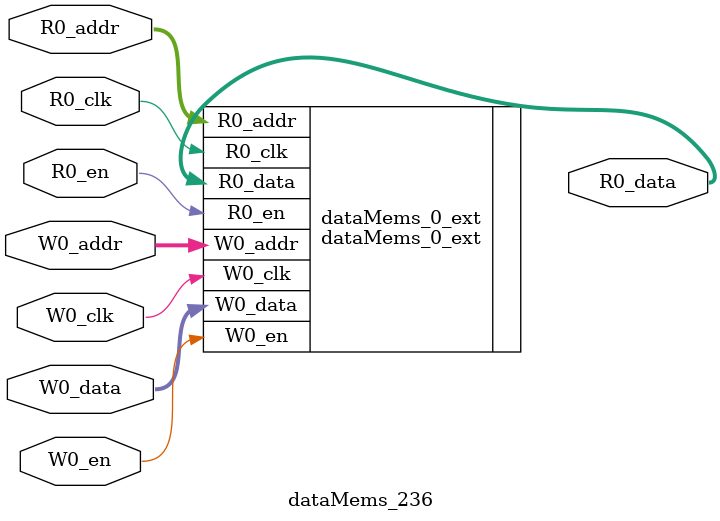
<source format=sv>
`ifndef RANDOMIZE
  `ifdef RANDOMIZE_REG_INIT
    `define RANDOMIZE
  `endif // RANDOMIZE_REG_INIT
`endif // not def RANDOMIZE
`ifndef RANDOMIZE
  `ifdef RANDOMIZE_MEM_INIT
    `define RANDOMIZE
  `endif // RANDOMIZE_MEM_INIT
`endif // not def RANDOMIZE

`ifndef RANDOM
  `define RANDOM $random
`endif // not def RANDOM

// Users can define 'PRINTF_COND' to add an extra gate to prints.
`ifndef PRINTF_COND_
  `ifdef PRINTF_COND
    `define PRINTF_COND_ (`PRINTF_COND)
  `else  // PRINTF_COND
    `define PRINTF_COND_ 1
  `endif // PRINTF_COND
`endif // not def PRINTF_COND_

// Users can define 'ASSERT_VERBOSE_COND' to add an extra gate to assert error printing.
`ifndef ASSERT_VERBOSE_COND_
  `ifdef ASSERT_VERBOSE_COND
    `define ASSERT_VERBOSE_COND_ (`ASSERT_VERBOSE_COND)
  `else  // ASSERT_VERBOSE_COND
    `define ASSERT_VERBOSE_COND_ 1
  `endif // ASSERT_VERBOSE_COND
`endif // not def ASSERT_VERBOSE_COND_

// Users can define 'STOP_COND' to add an extra gate to stop conditions.
`ifndef STOP_COND_
  `ifdef STOP_COND
    `define STOP_COND_ (`STOP_COND)
  `else  // STOP_COND
    `define STOP_COND_ 1
  `endif // STOP_COND
`endif // not def STOP_COND_

// Users can define INIT_RANDOM as general code that gets injected into the
// initializer block for modules with registers.
`ifndef INIT_RANDOM
  `define INIT_RANDOM
`endif // not def INIT_RANDOM

// If using random initialization, you can also define RANDOMIZE_DELAY to
// customize the delay used, otherwise 0.002 is used.
`ifndef RANDOMIZE_DELAY
  `define RANDOMIZE_DELAY 0.002
`endif // not def RANDOMIZE_DELAY

// Define INIT_RANDOM_PROLOG_ for use in our modules below.
`ifndef INIT_RANDOM_PROLOG_
  `ifdef RANDOMIZE
    `ifdef VERILATOR
      `define INIT_RANDOM_PROLOG_ `INIT_RANDOM
    `else  // VERILATOR
      `define INIT_RANDOM_PROLOG_ `INIT_RANDOM #`RANDOMIZE_DELAY begin end
    `endif // VERILATOR
  `else  // RANDOMIZE
    `define INIT_RANDOM_PROLOG_
  `endif // RANDOMIZE
`endif // not def INIT_RANDOM_PROLOG_

// Include register initializers in init blocks unless synthesis is set
`ifndef SYNTHESIS
  `ifndef ENABLE_INITIAL_REG_
    `define ENABLE_INITIAL_REG_
  `endif // not def ENABLE_INITIAL_REG_
`endif // not def SYNTHESIS

// Include rmemory initializers in init blocks unless synthesis is set
`ifndef SYNTHESIS
  `ifndef ENABLE_INITIAL_MEM_
    `define ENABLE_INITIAL_MEM_
  `endif // not def ENABLE_INITIAL_MEM_
`endif // not def SYNTHESIS

module dataMems_236(	// @[generators/ara/src/main/scala/UnsafeAXI4ToTL.scala:365:62]
  input  [4:0]   R0_addr,
  input          R0_en,
  input          R0_clk,
  output [130:0] R0_data,
  input  [4:0]   W0_addr,
  input          W0_en,
  input          W0_clk,
  input  [130:0] W0_data
);

  dataMems_0_ext dataMems_0_ext (	// @[generators/ara/src/main/scala/UnsafeAXI4ToTL.scala:365:62]
    .R0_addr (R0_addr),
    .R0_en   (R0_en),
    .R0_clk  (R0_clk),
    .R0_data (R0_data),
    .W0_addr (W0_addr),
    .W0_en   (W0_en),
    .W0_clk  (W0_clk),
    .W0_data (W0_data)
  );
endmodule


</source>
